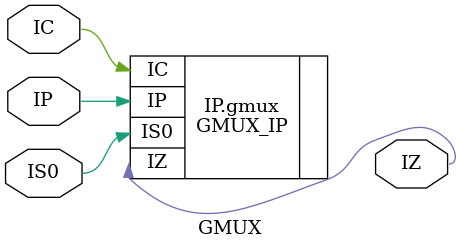
<source format=v>
`include "./gmux_ip.sim.v"
`include "./gmux_ic.sim.v"

(* MODES="IP;IC" *)
module GMUX (IP, IC, IS0, IZ);

    input  wire IP;
    input  wire IC;
    input  wire IS0;
    output wire IZ;

    parameter MODE = "IP";

    // Mode for the IP input connected
    generate if (MODE == "IP") begin : IP

        (* FASM_PREFIX="GMUX.GMUX" *)
        GMUX_IP gmux (
            .IP  (IP),
            .IC  (IC),
            .IS0 (IS0),
            .IZ  (IZ) 
        );

    // Mode for the IP input disconnected
    end if (MODE == "IC") begin : IC

        (* FASM_PREFIX="GMUX.GMUX" *)
        GMUX_IC gmux (
            .IC  (IC),
            .IS0 (IS0),
            .IZ  (IZ) 
        );

    end endgenerate

endmodule

</source>
